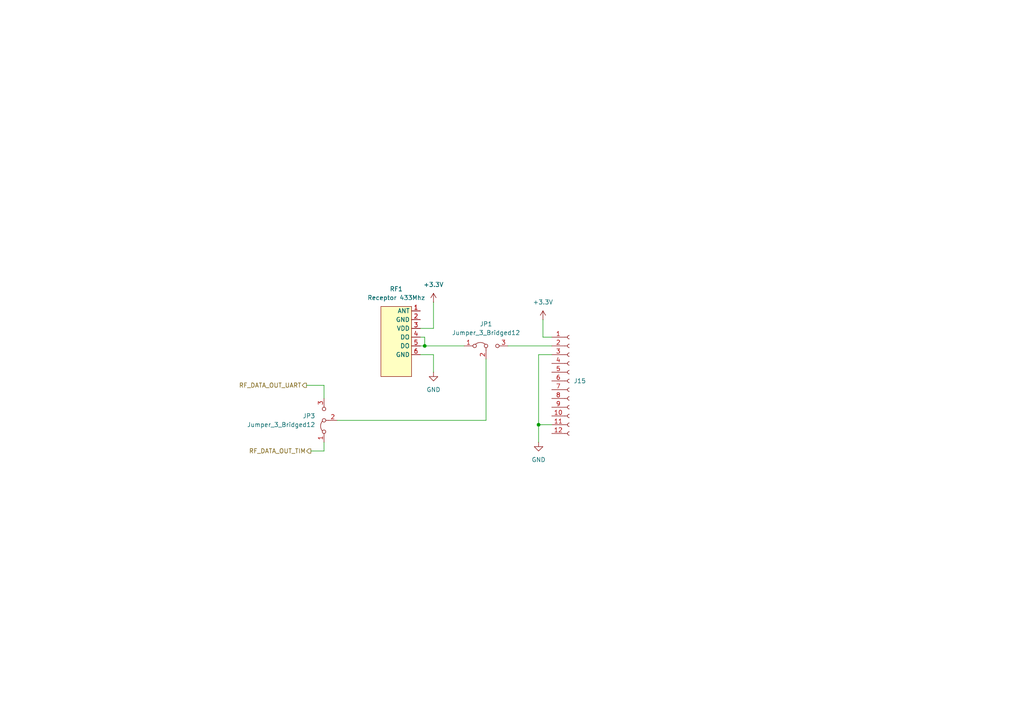
<source format=kicad_sch>
(kicad_sch (version 20250114) (generator "eeschema") (generator_version "9.0")
  (paper "A4")
  (title_block (title "RC-KAKATA-CONTROL") (date "2025-12-01") (rev "1.0") (company "ITLA-HUB"))
  (lib_symbols
    (symbol "Connector:Conn_01x12_Socket" (pin_names (offset 1.016) (hide yes))
      (property "Reference" "J" (at 0 15.24 0))
      (property "Value" "Conn_01x12_Socket" (at 0 -17.78 0))
      (symbol "Conn_01x12_Socket_1_1"
        (polyline (pts (xy -1.27 12.7) (xy -0.508 12.7)) (stroke (width 0.1524)))
        (polyline (pts (xy -1.27 10.16) (xy -0.508 10.16)) (stroke (width 0.1524)))
        (polyline (pts (xy -1.27 7.62) (xy -0.508 7.62)) (stroke (width 0.1524)))
        (polyline (pts (xy -1.27 5.08) (xy -0.508 5.08)) (stroke (width 0.1524)))
        (polyline (pts (xy -1.27 2.54) (xy -0.508 2.54)) (stroke (width 0.1524)))
        (polyline (pts (xy -1.27 0) (xy -0.508 0)) (stroke (width 0.1524)))
        (polyline (pts (xy -1.27 -2.54) (xy -0.508 -2.54)) (stroke (width 0.1524)))
        (polyline (pts (xy -1.27 -5.08) (xy -0.508 -5.08)) (stroke (width 0.1524)))
        (polyline (pts (xy -1.27 -7.62) (xy -0.508 -7.62)) (stroke (width 0.1524)))
        (polyline (pts (xy -1.27 -10.16) (xy -0.508 -10.16)) (stroke (width 0.1524)))
        (polyline (pts (xy -1.27 -12.7) (xy -0.508 -12.7)) (stroke (width 0.1524)))
        (polyline (pts (xy -1.27 -15.24) (xy -0.508 -15.24)) (stroke (width 0.1524)))
        (arc (start 0 12.192) (mid -0.5058 12.7) (end 0 13.208) (stroke (width 0.1524)))
        (arc (start 0 9.652) (mid -0.5058 10.16) (end 0 10.668) (stroke (width 0.1524)))
        (arc (start 0 7.112) (mid -0.5058 7.62) (end 0 8.128) (stroke (width 0.1524)))
        (arc (start 0 4.572) (mid -0.5058 5.08) (end 0 5.588) (stroke (width 0.1524)))
        (arc (start 0 2.032) (mid -0.5058 2.54) (end 0 3.048) (stroke (width 0.1524)))
        (arc (start 0 -0.508) (mid -0.5058 0) (end 0 0.508) (stroke (width 0.1524)))
        (arc (start 0 -3.048) (mid -0.5058 -2.54) (end 0 -2.032) (stroke (width 0.1524)))
        (arc (start 0 -5.588) (mid -0.5058 -5.08) (end 0 -4.572) (stroke (width 0.1524)))
        (arc (start 0 -8.128) (mid -0.5058 -7.62) (end 0 -7.112) (stroke (width 0.1524)))
        (arc (start 0 -10.668) (mid -0.5058 -10.16) (end 0 -9.652) (stroke (width 0.1524)))
        (arc (start 0 -13.208) (mid -0.5058 -12.7) (end 0 -12.192) (stroke (width 0.1524)))
        (arc (start 0 -15.748) (mid -0.5058 -15.24) (end 0 -14.732) (stroke (width 0.1524)))
        (pin passive line (at -5.08 12.7 0) (length 3.81) (name "Pin_1") (number "1"))
        (pin passive line (at -5.08 10.16 0) (length 3.81) (name "Pin_2") (number "2"))
        (pin passive line (at -5.08 7.62 0) (length 3.81) (name "Pin_3") (number "3"))
        (pin passive line (at -5.08 5.08 0) (length 3.81) (name "Pin_4") (number "4"))
        (pin passive line (at -5.08 2.54 0) (length 3.81) (name "Pin_5") (number "5"))
        (pin passive line (at -5.08 0 0) (length 3.81) (name "Pin_6") (number "6"))
        (pin passive line (at -5.08 -2.54 0) (length 3.81) (name "Pin_7") (number "7"))
        (pin passive line (at -5.08 -5.08 0) (length 3.81) (name "Pin_8") (number "8"))
        (pin passive line (at -5.08 -7.62 0) (length 3.81) (name "Pin_9") (number "9"))
        (pin passive line (at -5.08 -10.16 0) (length 3.81) (name "Pin_10") (number "10"))
        (pin passive line (at -5.08 -12.7 0) (length 3.81) (name "Pin_11") (number "11"))
        (pin passive line (at -5.08 -15.24 0) (length 3.81) (name "Pin_12") (number "12"))
      )
    )
    (symbol "EasyEDA:rf_433MHz RECEIVER"
      (property "Reference" "RF" (at -2.286 2.54 0))
      (symbol "rf_433MHz RECEIVER_1_1"
        (rectangle (start -8.89 0) (end 0 -20.32) (fill (type background)))
        (pin passive line (at 2.54 -1.27 180) (length 2.54) (name "ANT") (number "1"))
        (pin passive line (at 2.54 -3.81 180) (length 2.54) (name "GND") (number "2"))
        (pin power_in line (at 2.54 -6.35 180) (length 2.54) (name "VDD") (number "3"))
        (pin output line (at 2.54 -8.89 180) (length 2.54) (name "DO") (number "4"))
        (pin output line (at 2.54 -11.43 180) (length 2.54) (name "DO") (number "5"))
        (pin passive line (at 2.54 -13.97 180) (length 2.54) (name "GND") (number "6"))
      )
    )
    (symbol "Jumper:Jumper_3_Bridged12" (pin_names (offset 0) (hide yes)) (in_bom no)
      (property "Reference" "JP" (at -2.54 -2.54 0))
      (property "Value" "Jumper_3_Bridged12" (at 0 2.794 0))
      (symbol "Jumper_3_Bridged12_0_0"
        (circle (center -3.302 0) (radius 0.508))
        (circle (center 0 0) (radius 0.508))
        (circle (center 3.302 0) (radius 0.508))
      )
      (symbol "Jumper_3_Bridged12_0_1"
        (arc (start -3.048 0.508) (mid -1.651 0.9912) (end -0.254 0.508))
        (polyline (pts (xy 0 -1.27) (xy 0 -0.508)))
      )
      (symbol "Jumper_3_Bridged12_1_1"
        (pin passive line (at -6.35 0 0) (length 2.54) (name "A") (number "1"))
        (pin passive line (at 0 -3.81 90) (length 2.54) (name "C") (number "2"))
        (pin passive line (at 6.35 0 180) (length 2.54) (name "B") (number "3"))
      )
    )
    (symbol "power:+3.3V" (power) (pin_numbers (hide yes)) (pin_names (offset 0) (hide yes))
      (property "Value" "+3.3V" (at 0 3.556 0))
      (symbol "+3.3V_0_1"
        (polyline (pts (xy -0.762 1.27) (xy 0 2.54)))
        (polyline (pts (xy 0 2.54) (xy 0.762 1.27)))
        (polyline (pts (xy 0 0) (xy 0 2.54)))
      )
      (symbol "+3.3V_1_1"
        (pin power_in line (at 0 0 90) (length 0) (name "~") (number "1"))
      )
    )
    (symbol "power:GND" (power) (pin_numbers (hide yes)) (pin_names (offset 0) (hide yes))
      (property "Value" "GND" (at 0 -3.81 0))
      (symbol "GND_0_1"
        (polyline (pts (xy 0 0) (xy 0 -1.27) (xy 1.27 -1.27) (xy 0 -2.54) (xy -1.27 -1.27) (xy 0 -1.27)))
      )
      (symbol "GND_1_1"
        (pin power_in line (at 0 0 270) (length 0) (name "~") (number "1"))
      )
    )
  )
  (junction (at 156.21 123.19))
  (junction (at 123.19 100.33))
  (wire (pts (xy 123.19 97.79) (xy 123.19 100.33)))
  (wire (pts (xy 123.19 100.33) (xy 134.62 100.33)))
  (wire (pts (xy 93.98 115.57) (xy 93.98 111.76)))
  (wire (pts (xy 93.98 128.27) (xy 93.98 130.81)))
  (wire (pts (xy 121.92 102.87) (xy 125.73 102.87)))
  (wire (pts (xy 140.97 121.92) (xy 97.79 121.92)))
  (wire (pts (xy 156.21 102.87) (xy 156.21 123.19)))
  (wire (pts (xy 160.02 100.33) (xy 147.32 100.33)))
  (wire (pts (xy 156.21 123.19) (xy 160.02 123.19)))
  (wire (pts (xy 121.92 95.25) (xy 125.73 95.25)))
  (wire (pts (xy 93.98 111.76) (xy 88.9 111.76)))
  (wire (pts (xy 93.98 130.81) (xy 90.17 130.81)))
  (wire (pts (xy 125.73 87.63) (xy 125.73 95.25)))
  (wire (pts (xy 121.92 97.79) (xy 123.19 97.79)))
  (wire (pts (xy 156.21 123.19) (xy 156.21 128.27)))
  (wire (pts (xy 121.92 100.33) (xy 123.19 100.33)))
  (wire (pts (xy 157.48 92.71) (xy 157.48 97.79)))
  (wire (pts (xy 157.48 97.79) (xy 160.02 97.79)))
  (wire (pts (xy 160.02 102.87) (xy 156.21 102.87)))
  (wire (pts (xy 125.73 102.87) (xy 125.73 107.95)))
  (wire (pts (xy 140.97 104.14) (xy 140.97 121.92)))
  (hierarchical_label "RF_DATA_OUT_TIM" (shape output) (at 90.17 130.81 180))
  (hierarchical_label "RF_DATA_OUT_UART" (shape output) (at 88.9 111.76 180))
  (symbol (lib_id "EasyEDA:rf_433MHz RECEIVER") (at 119.38 88.9 0) (unit 1)
    (property "Reference" "RF1" (at 114.935 83.82 0))
    (property "Value" "Receptor 433Mhz" (at 114.935 86.36 0))
    (property "Footprint" "EasyEDA:Itla_RC_rf_433mhz_receiver" (effects (hide yes)))
  )
  (symbol (lib_id "power:GND") (at 125.73 107.95 0) (unit 1)
    (property "Reference" "#PWR38" (effects (hide yes)))
    (property "Value" "GND" (at 125.73 113.03 0))
    (property "Description" "Power symbol creates a global label with name \"GND\" , ground" (effects (hide yes)))
  )
  (symbol (lib_id "power:GND") (at 156.21 128.27 0) (unit 1)
    (property "Reference" "#PWR36" (effects (hide yes)))
    (property "Value" "GND" (at 156.21 133.35 0))
    (property "Description" "Power symbol creates a global label with name \"GND\" , ground" (effects (hide yes)))
  )
  (symbol (lib_id "Jumper:Jumper_3_Bridged12") (at 93.98 121.92 90) (unit 1) (in_bom no)
    (property "Reference" "JP3" (at 91.44 120.6499 90) (effects (justify left)))
    (property "Value" "Jumper_3_Bridged12" (at 91.44 123.1899 90) (effects (justify left)))
    (property "Footprint" "Connector_PinHeader_2.54mm:PinHeader_1x03_P2.54mm_Vertical" (effects (hide yes)))
    (property "Description" "Jumper, 3-pole, pins 1+2 closed/bridged" (effects (hide yes)))
  )
  (symbol (lib_id "power:+3.3V") (at 125.73 87.63 0) (unit 1)
    (property "Reference" "#PWR35" (effects (hide yes)))
    (property "Value" "+3.3V" (at 125.73 82.55 0))
    (property "Description" "Power symbol creates a global label with name \"+3.3V\"" (effects (hide yes)))
  )
  (symbol (lib_id "Jumper:Jumper_3_Bridged12") (at 140.97 100.33 0) (unit 1) (in_bom no)
    (property "Reference" "JP1" (at 140.97 93.98 0))
    (property "Value" "Jumper_3_Bridged12" (at 140.97 96.52 0))
    (property "Footprint" "Connector_PinHeader_2.54mm:PinHeader_1x03_P2.54mm_Vertical" (effects (hide yes)))
    (property "Description" "Jumper, 3-pole, pins 1+2 closed/bridged" (effects (hide yes)))
  )
  (symbol (lib_id "power:+3.3V") (at 157.48 92.71 0) (unit 1)
    (property "Reference" "#PWR39" (effects (hide yes)))
    (property "Value" "+3.3V" (at 157.48 87.63 0))
    (property "Description" "Power symbol creates a global label with name \"+3.3V\"" (effects (hide yes)))
  )
  (symbol (lib_id "Connector:Conn_01x12_Socket") (at 165.1 110.49 0) (unit 1)
    (property "Reference" "J15" (at 166.37 110.4899 0) (effects (justify left)))
    (property "Value" "Conn_01x12_Socket" (effects (hide yes)))
    (property "Footprint" "Connector_PinSocket_2.54mm:PinSocket_1x12_P2.54mm_Vertical" (effects (hide yes)))
    (property "Description" "Generic connector, single row, 01x12, script generated" (effects (hide yes)))
  )
)
</source>
